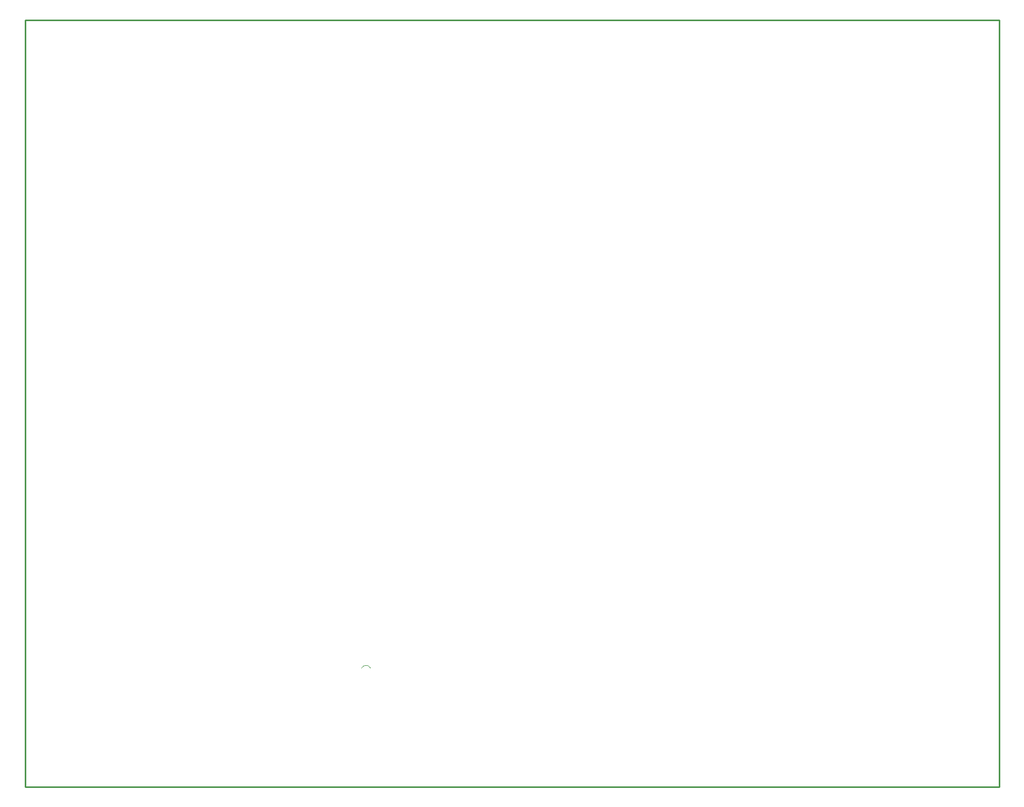
<source format=gko>
G04*
G04 #@! TF.GenerationSoftware,Altium Limited,Altium Designer,25.5.2 (35)*
G04*
G04 Layer_Color=16711935*
%FSLAX44Y44*%
%MOMM*%
G71*
G04*
G04 #@! TF.SameCoordinates,7FE83EBB-F424-4E48-BF24-F714E467DA33*
G04*
G04*
G04 #@! TF.FilePolarity,Positive*
G04*
G01*
G75*
%ADD16C,0.2540*%
%ADD191C,0.0127*%
D16*
X1599956Y-80D02*
Y1259920D01*
X-44Y-80D02*
Y1259920D01*
Y-80D02*
X1599956D01*
X-44Y1259920D02*
X1599956D01*
D191*
X567493Y194921D02*
G03*
X552419Y194921I-7537J-3101D01*
G01*
X1599956Y-80D02*
Y1259920D01*
X725305Y-80D02*
X786858D01*
X1063057D02*
X1399158D01*
X338136D02*
X394609D01*
X1520758D02*
X1599956D01*
X-44D02*
Y1259920D01*
X1599956D01*
X-44Y-80D02*
X161779D01*
M02*

</source>
